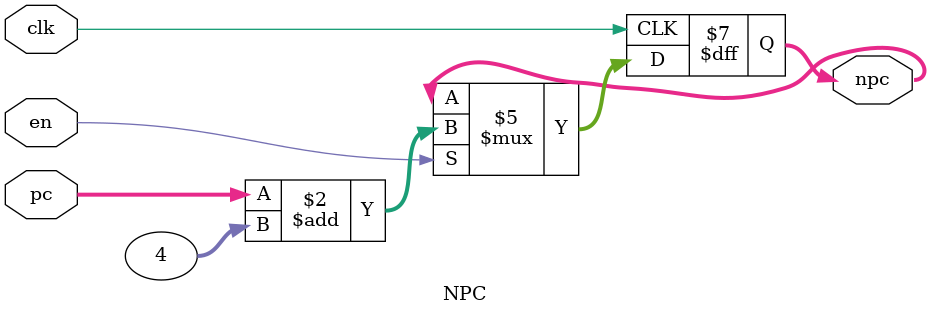
<source format=v>
`timescale 1ns / 1ps


module NPC(
    input           clk,
    input           en,
    input   [31:0]  pc,
    output  reg  [31:0]  npc
    );
initial npc = 32'h0040_0004;

always@(posedge clk)
begin
    if(en) begin
        npc <= pc + 32'd4;
    end else begin
        npc <= npc;
    end
end
    
endmodule

</source>
